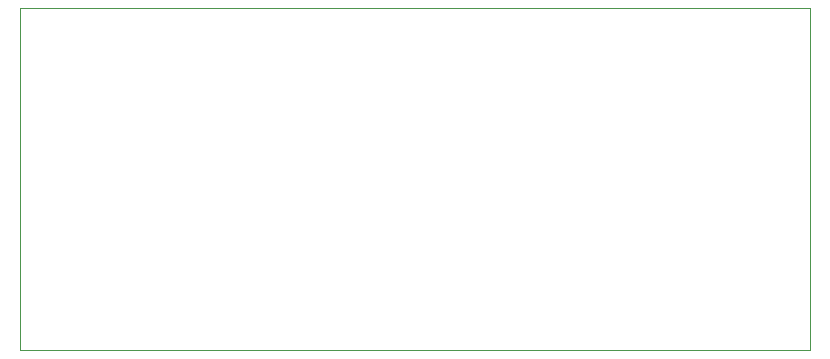
<source format=gbr>
%TF.GenerationSoftware,Altium Limited,Altium Designer,24.1.2 (44)*%
G04 Layer_Color=0*
%FSLAX45Y45*%
%MOMM*%
%TF.SameCoordinates,B732CBCC-E828-4C79-96F4-07D60C07BBD8*%
%TF.FilePolarity,Positive*%
%TF.FileFunction,Profile,NP*%
%TF.Part,Single*%
G01*
G75*
%TA.AperFunction,Profile*%
%ADD77C,0.02540*%
D77*
X4819Y22500D02*
Y2919376D01*
X6692500D01*
Y22500D01*
X4819D01*
%TF.MD5,a87f526f7b26e17798b9def692c6a33c*%
M02*

</source>
